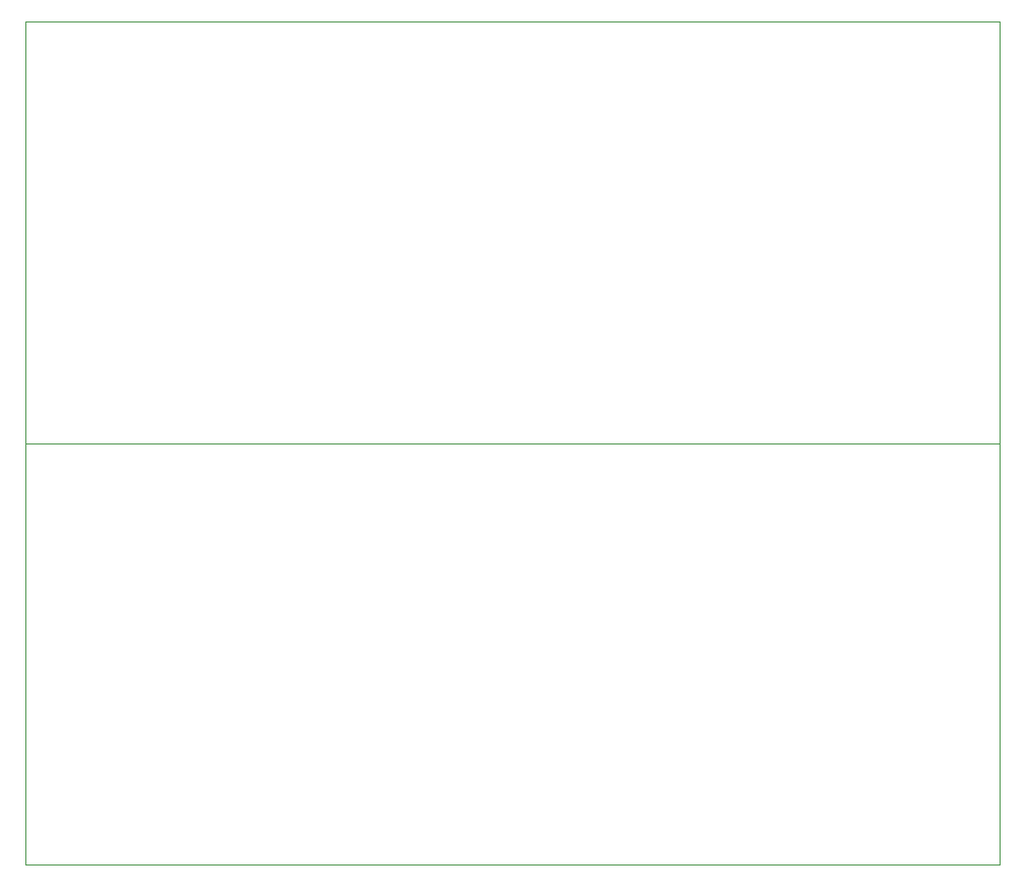
<source format=gbr>
%FSLAX34Y34*%
%MOMM*%
%LNOUTLINE*%
G71*
G01*
%ADD10C, 0.10*%
%LPD*%
G54D10*
X857250Y990600D02*
X857250Y625475D01*
X12700Y625475D01*
X12700Y990600D01*
X857250Y990600D01*
G54D10*
X857250Y625475D02*
X857250Y260350D01*
X12700Y260350D01*
X12700Y625475D01*
X857250Y625475D01*
M02*

</source>
